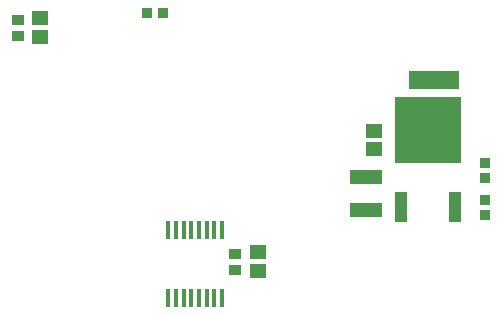
<source format=gbp>
G04*
G04 #@! TF.GenerationSoftware,Altium Limited,Altium Designer,21.3.2 (30)*
G04*
G04 Layer_Color=128*
%FSLAX25Y25*%
%MOIN*%
G70*
G04*
G04 #@! TF.SameCoordinates,6E51047B-58C7-44D0-8EEE-2D495A345CE8*
G04*
G04*
G04 #@! TF.FilePolarity,Positive*
G04*
G01*
G75*
%ADD20R,0.03347X0.03740*%
%ADD25R,0.03740X0.03347*%
%ADD30R,0.16535X0.05906*%
%ADD32R,0.05512X0.05118*%
%ADD51R,0.03937X0.03543*%
%ADD195R,0.04173X0.10236*%
%ADD196R,0.22173X0.22441*%
%ADD197R,0.10630X0.05118*%
G04:AMPARAMS|DCode=198|XSize=61.81mil|YSize=16.14mil|CornerRadius=2.02mil|HoleSize=0mil|Usage=FLASHONLY|Rotation=90.000|XOffset=0mil|YOffset=0mil|HoleType=Round|Shape=RoundedRectangle|*
%AMROUNDEDRECTD198*
21,1,0.06181,0.01211,0,0,90.0*
21,1,0.05778,0.01614,0,0,90.0*
1,1,0.00404,0.00605,0.02889*
1,1,0.00404,0.00605,-0.02889*
1,1,0.00404,-0.00605,-0.02889*
1,1,0.00404,-0.00605,0.02889*
%
%ADD198ROUNDEDRECTD198*%
D20*
X162677Y394290D02*
D03*
X157559D02*
D03*
D25*
X270141Y339270D02*
D03*
Y344388D02*
D03*
Y327065D02*
D03*
Y332183D02*
D03*
D30*
X253031Y372144D02*
D03*
D32*
X233133Y355215D02*
D03*
Y348916D02*
D03*
X194370Y308306D02*
D03*
Y314605D02*
D03*
X121929Y386317D02*
D03*
Y392616D02*
D03*
D51*
X186890Y308798D02*
D03*
Y314113D02*
D03*
X114449Y386810D02*
D03*
Y392125D02*
D03*
D195*
X242243Y329723D02*
D03*
X260243D02*
D03*
D196*
X251243Y355510D02*
D03*
D197*
X230377Y328837D02*
D03*
Y339861D02*
D03*
D198*
X182461Y299369D02*
D03*
X179902D02*
D03*
X177342D02*
D03*
X174783D02*
D03*
X172224D02*
D03*
X169665D02*
D03*
X167106D02*
D03*
X164547D02*
D03*
Y321967D02*
D03*
X167106D02*
D03*
X169665D02*
D03*
X172224D02*
D03*
X174783D02*
D03*
X177342D02*
D03*
X179902D02*
D03*
X182461D02*
D03*
M02*

</source>
